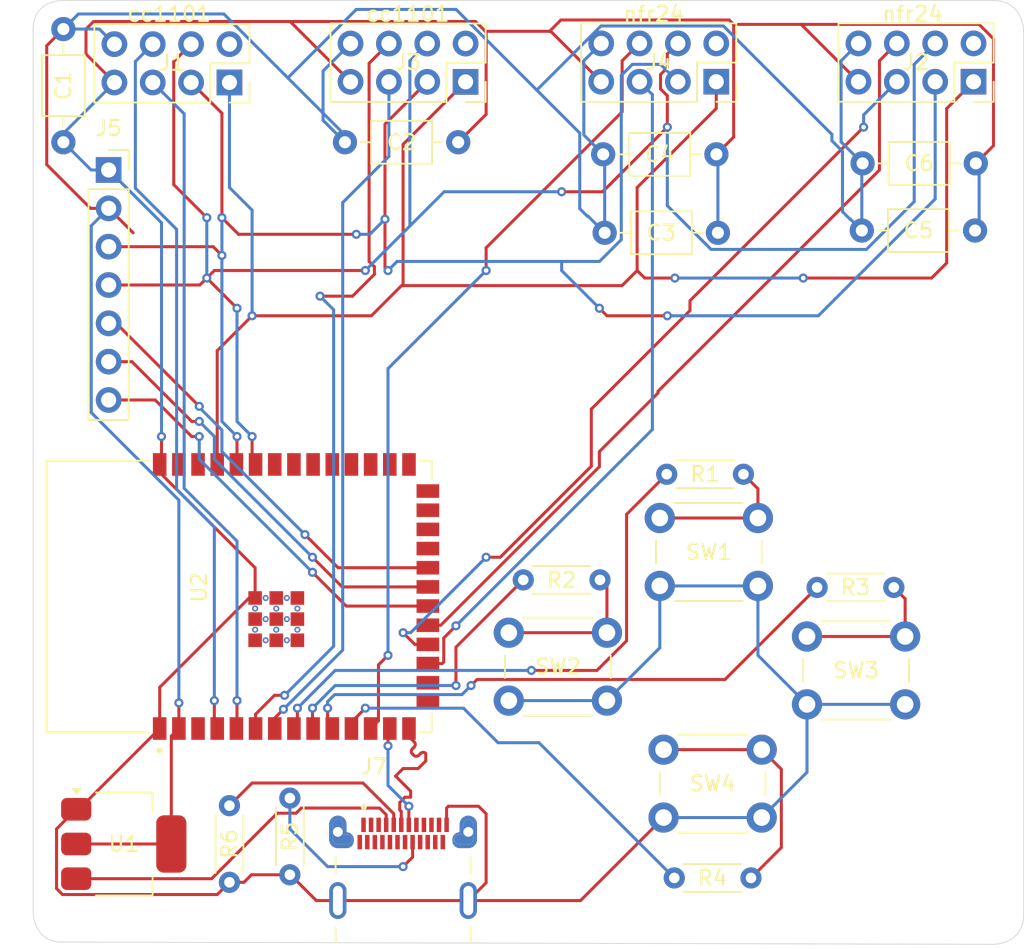
<source format=kicad_pcb>
(kicad_pcb (version 20241229) (generator "pcbnew") (generator_version "9.0")
  (layers (0 "F.Cu" signal) (2 "B.Cu" signal) (13 "F.Paste" user) (15 "B.Paste" user) (5 "F.SilkS" user "F.Silkscreen") (7 "B.SilkS" user "B.Silkscreen") (1 "F.Mask" user) (3 "B.Mask" user) (25 "Edge.Cuts" user))
  (net 0 "")
  (net 3 "GND")
  (net 21 "Net-(U1-VO)")
  (net 23 "Net-(U2-RXD0)")
  (net 24 "Net-(U2-IO5)")
  (net 25 "Net-(U2-IO4)")
  (net 26 "Net-(U2-TXD0)")
  (net 27 "Net-(U2-IO10)")
  (net 28 "Net-(U2-IO11)")
  (net 29 "Net-(U2-IO7)")
  (net 30 "Net-(U2-IO6)")
  (net 32 "Net-(U2-IO9)")
  (net 33 "Net-(U2-IO8)")
  (net 34 "Net-(U2-IO13)")
  (net 35 "Net-(U2-IO14)")
  (net 36 "Net-(U2-IO12)")
  (net 42 "Net-(U2-IO42)")
  (net 44 "Net-(J7-CC1)")
  (net 45 "Net-(J7-DP1)")
  (net 47 "Net-(J7-DN1)")
  (net 49 "GND_B")
  (net 52 "VBUS_A")
  (net 54 "VBUS_B")
  (net 56 "Net-(R1-Pad1)")
  (net 57 "Net-(U2-IO16)")
  (net 58 "Net-(R2-Pad1)")
  (net 59 "Net-(U2-IO17)")
  (net 60 "Net-(R3-Pad1)")
  (net 61 "Net-(R4-Pad1)")
  (net 62 "Net-(U2-IO18)")
  (net 63 "Net-(J7-CC2)")
  (net 64 "Net-(U2-IO15)")
  (footprint "Capacitor_THT:C_Axial_L3.8mm_D2.6mm_P7.50mm_Horizontal" (layer "F.Cu") (at 189.75 97.8 180)
    (property "Reference" "C4")
    (property "Value" "100nF")
  )
  (footprint "Connector_PinSocket_2.54mm:PinSocket_2x04_P2.54mm_Vertical" (layer "F.Cu") (at 189.74 92.99 -90)
    (property "Reference" "J4")
    (property "Value" "nfr24")
  )
  (footprint "Resistor_THT:R_Axial_DIN0204_L3.6mm_D1.6mm_P5.08mm_Horizontal" (layer "F.Cu") (at 182.04 126 180)
    (property "Reference" "R2")
    (property "Value" "10K")
  )
  (footprint "Package_TO_SOT_SMD:SOT-223-3_TabPin2" (layer "F.Cu") (at 150.5 143.5)
    (property "Reference" "U1")
    (property "Value" "AMS1117-3.3")
  )
  (footprint "Capacitor_THT:C_Axial_L3.8mm_D2.6mm_P7.50mm_Horizontal" (layer "F.Cu") (at 206.88 102.85 180)
    (property "Reference" "C5")
    (property "Value" "10uF")
  )
  (footprint "Resistor_THT:R_Axial_DIN0204_L3.6mm_D1.6mm_P5.08mm_Horizontal" (layer "F.Cu") (at 192.04 145.75 180)
    (property "Reference" "R4")
    (property "Value" "10K")
  )
  (footprint "esp32-s3 chip:XCVR_ESP32-S3-WROOM-1-N4R2" (layer "F.Cu") (at 158.14 127.1 90)
    (property "Reference" "U2")
    (property "Value" "ESP32-S3-WROOM-1-N4R2")
  )
  (footprint "Button_Switch_THT:SW_PUSH_6mm" (layer "F.Cu") (at 186 121.9)
    (property "Reference" "SW1")
    (property "Value" "Push_Button")
  )
  (footprint "Button_Switch_THT:SW_PUSH_6mm" (layer "F.Cu") (at 195.75 129.75)
    (property "Reference" "SW3")
    (property "Value" "Push_Button")
  )
  (footprint "Resistor_THT:R_Axial_DIN0204_L3.6mm_D1.6mm_P5.08mm_Horizontal" (layer "F.Cu") (at 191.54 119 180)
    (property "Reference" "R1")
    (property "Value" "10K")
  )
  (footprint "Resistor_THT:R_Axial_DIN0204_L3.6mm_D1.6mm_P5.08mm_Horizontal" (layer "F.Cu") (at 161.5 145.54 90)
    (property "Reference" "R5")
    (property "Value" "5.1K")
  )
  (footprint "Capacitor_THT:C_Axial_L3.8mm_D2.6mm_P7.50mm_Horizontal" (layer "F.Cu") (at 146.5 97 90)
    (property "Reference" "C1")
    (property "Value" "100nF")
  )
  (footprint "Resistor_THT:R_Axial_DIN0204_L3.6mm_D1.6mm_P5.08mm_Horizontal" (layer "F.Cu") (at 201.5 126.5 180)
    (property "Reference" "R3")
    (property "Value" "10K")
  )
  (footprint "Connector_PinSocket_2.54mm:PinSocket_1x07_P2.54mm_Vertical" (layer "F.Cu") (at 149.5 98.84)
    (property "Reference" "J5")
    (property "Value" "PINHD_1x7_Female")
  )
  (footprint "Button_Switch_THT:SW_PUSH_6mm" (layer "F.Cu") (at 186.25 137.25)
    (property "Reference" "SW4")
    (property "Value" "Push_Button")
  )
  (footprint "Button_Switch_THT:SW_PUSH_6mm" (layer "F.Cu") (at 176 129.5)
    (property "Reference" "SW2")
    (property "Value" "Push_Button")
  )
  (footprint "Capacitor_THT:C_Axial_L3.8mm_D2.6mm_P7.50mm_Horizontal" (layer "F.Cu") (at 189.85 103 180)
    (property "Reference" "C3")
    (property "Value" "10uF")
  )
  (footprint "Connector_PinSocket_2.54mm:PinSocket_2x04_P2.54mm_Vertical" (layer "F.Cu") (at 173.14 93 -90)
    (property "Reference" "J3")
    (property "Value" "cc1101")
  )
  (footprint "usb-c port:TE_2345986-1" (layer "F.Cu") (at 169 146)
    (property "Reference" "J7")
    (property "Value" "2345986-1")
    (fp_line (start -4.645 -2.8) (end -4.645 -3.8) (stroke (width 0.01)) (layer "Edge.Cuts"))
    (fp_line (start -3.995 -3.8) (end -3.995 -3.125) (stroke (width 0.01)) (layer "Edge.Cuts"))
    (fp_line (start -3.995 -3.125) (end -3.72 -3.125) (stroke (width 0.01)) (layer "Edge.Cuts"))
    (fp_line (start -3.72 -2.475) (end -4.32 -2.475) (stroke (width 0.01)) (layer "Edge.Cuts"))
    (fp_line (start 3.72 -2.475) (end 4.32 -2.475) (stroke (width 0.01)) (layer "Edge.Cuts"))
    (fp_line (start 3.995 -3.8) (end 3.995 -3.125) (stroke (width 0.01)) (layer "Edge.Cuts"))
    (fp_line (start 3.995 -3.125) (end 3.72 -3.125) (stroke (width 0.01)) (layer "Edge.Cuts"))
    (fp_line (start 4.645 -2.8) (end 4.645 -3.8) (stroke (width 0.01)) (layer "Edge.Cuts"))
    (fp_arc (start -4.645 -3.8) (mid -4.54981 -4.02981) (end -4.32 -4.125) (stroke (width 0.01)) (layer "Edge.Cuts"))
    (fp_arc (start -4.32 -4.125) (mid -4.09019 -4.02981) (end -3.995 -3.8) (stroke (width 0.01)) (layer "Edge.Cuts"))
    (fp_arc (start -4.32 -2.475) (mid -4.54981 -2.57019) (end -4.645 -2.8) (stroke (width 0.01)) (layer "Edge.Cuts"))
    (fp_arc (start -3.72 -3.125) (mid -3.49019 -3.02981) (end -3.395 -2.8) (stroke (width 0.01)) (layer "Edge.Cuts"))
    (fp_arc (start -3.395 -2.8) (mid -3.49019 -2.57019) (end -3.72 -2.475) (stroke (width 0.01)) (layer "Edge.Cuts"))
    (fp_arc (start 3.395 -2.8) (mid 3.49019 -3.02981) (end 3.72 -3.125) (stroke (width 0.01)) (layer "Edge.Cuts"))
    (fp_arc (start 3.72 -2.475) (mid 3.49019 -2.57019) (end 3.395 -2.8) (stroke (width 0.01)) (layer "Edge.Cuts"))
    (fp_arc (start 3.995 -3.8) (mid 4.09019 -4.02981) (end 4.32 -4.125) (stroke (width 0.01)) (layer "Edge.Cuts"))
    (fp_arc (start 4.32 -4.125) (mid 4.54981 -4.02981) (end 4.645 -3.8) (stroke (width 0.01)) (layer "Edge.Cuts"))
    (fp_arc (start 4.645 -2.8) (mid 4.54981 -2.57019) (end 4.32 -2.475) (stroke (width 0.01)) (layer "Edge.Cuts"))
  )
  (footprint "Resistor_THT:R_Axial_DIN0204_L3.6mm_D1.6mm_P5.08mm_Horizontal" (layer "F.Cu") (at 157.5 146.04 90)
    (property "Reference" "R6")
    (property "Value" "5.1K")
  )
  (footprint "Capacitor_THT:C_Axial_L3.8mm_D2.6mm_P7.50mm_Horizontal" (layer "F.Cu") (at 172.65 97 180)
    (property "Reference" "C2")
    (property "Value" "100nF")
  )
  (footprint "Connector_PinSocket_2.54mm:PinSocket_2x04_P2.54mm_Vertical" (layer "F.Cu") (at 206.78 92.99 -90)
    (property "Reference" "J2")
    (property "Value" "nfr24")
  )
  (footprint "Connector_PinSocket_2.54mm:PinSocket_2x04_P2.54mm_Vertical" (layer "F.Cu") (at 157.5 93.04 -90)
    (property "Reference" "J1")
    (property "Value" "cc1101")
  )
  (footprint "Capacitor_THT:C_Axial_L3.8mm_D2.6mm_P7.50mm_Horizontal" (layer "F.Cu") (at 206.93 98.4 180)
    (property "Reference" "C6")
    (property "Value" "100nF")
  )
  (gr_line (start 146.4 150) (end 208.1 150.15) (stroke (width 0.05)) (layer "Edge.Cuts"))
  (gr_curve (pts (xy 208.1 87.6) (xy 210.1 87.65) (xy 210.1 89.65) (xy 210.1 89.65)) (stroke (width 0.05)) (layer "Edge.Cuts"))
  (gr_curve (pts (xy 144.5 89.5) (xy 144.5 87.5) (xy 146.6 87.6) (xy 146.5 87.6)) (stroke (width 0.05)) (layer "Edge.Cuts"))
  (gr_curve (pts (xy 210.1 148.15) (xy 210.1 150.15) (xy 208.1 150.15) (xy 208.1 150.15)) (stroke (width 0.05)) (layer "Edge.Cuts"))
  (gr_line (start 144.5 89.5) (end 144.5 148) (stroke (width 0.05)) (layer "Edge.Cuts"))
  (gr_line (start 210.1 148.15) (end 210.1 89.65) (stroke (width 0.05)) (layer "Edge.Cuts"))
  (gr_line (start 208.1 87.6) (end 146.5 87.6) (stroke (width 0.05)) (layer "Edge.Cuts"))
  (gr_curve (pts (xy 146.4 150) (xy 144.5 150) (xy 144.5 148) (xy 144.5 148)) (stroke (width 0.05)) (layer "Edge.Cuts"))
  (gr_text "cc1101\n" (at 169.3 88.5 0) (layer "F.SilkS") (effects (font (size 1 1))))
  (gr_text "cc1101\n" (at 153.5 88.5 0) (layer "F.SilkS") (effects (font (size 1 1))))
  (gr_text "nfr24" (at 185.6 88.5 0) (layer "F.SilkS") (effects (font (size 1 1))))
  (segment (start 178.7 89.65) (end 179.45 88.9) (width 0.2) (layer "F.Cu") (net 3))
  (segment (start 161.5 145.54) (end 161.54 145.54) (width 0.2) (layer "F.Cu") (net 3))
  (segment (start 190.891 89.191) (end 190.891 96.659) (width 0.2) (layer "F.Cu") (net 3))
  (segment (start 174 141) (end 172 141) (width 0.2) (layer "F.Cu") (net 3))
  (segment (start 190.6 88.9) (end 190.891 89.191) (width 0.2) (layer "F.Cu") (net 3))
  (segment (start 158.96 145.54) (end 161.5 145.54) (width 0.2) (layer "F.Cu") (net 3))
  (segment (start 174.5 146.07) (end 174.5 141.5) (width 0.2) (layer "F.Cu") (net 3))
  (segment (start 207.14876 89.191) (end 208.1 90.14224) (width 0.2) (layer "F.Cu") (net 3))
  (segment (start 186.25 141.75) (end 180.75 147.25) (width 0.2) (layer "F.Cu") (net 3))
  (segment (start 146.049 146.455008) (end 146.444992 146.851) (width 0.2) (layer "F.Cu") (net 3))
  (segment (start 148.5 89) (end 161.52 89) (width 0.2) (layer "F.Cu") (net 3))
  (segment (start 147.35 141.2) (end 146.049 142.501) (width 0.2) (layer "F.Cu") (net 3))
  (segment (start 174.45 89.65) (end 174.5 89.7) (width 0.2) (layer "F.Cu") (net 3))
  (segment (start 190.891 96.659) (end 189.75 97.8) (width 0.2) (layer "F.Cu") (net 3))
  (segment (start 190.891 89.191) (end 195.361 89.191) (width 0.2) (layer "F.Cu") (net 3))
  (segment (start 172 141) (end 171.88 141.12) (width 0.2) (layer "F.Cu") (net 3))
  (segment (start 161.54 145.54) (end 163.25 147.25) (width 0.2) (layer "F.Cu") (net 3))
  (segment (start 156.689 146.851) (end 157.5 146.04) (width 0.2) (layer "F.Cu") (net 3))
  (segment (start 159.2 127.2) (end 159.2 127.191479) (width 0.2) (layer "F.Cu") (net 3))
  (segment (start 208.1 97.23) (end 206.93 98.4) (width 0.2) (layer "F.Cu") (net 3))
  (segment (start 208.1 90.14224) (end 208.1 97.23) (width 0.2) (layer "F.Cu") (net 3))
  (segment (start 147.53 141.2) (end 152.88 135.85) (width 0.2) (layer "F.Cu") (net 3))
  (segment (start 161.52 89) (end 165.52 93) (width 0.2) (layer "F.Cu") (net 3))
  (segment (start 178.78 89.65) (end 182.12 92.99) (width 0.2) (layer "F.Cu") (net 3))
  (segment (start 180.75 147.25) (end 173.32 147.25) (width 0.2) (layer "F.Cu") (net 3))
  (segment (start 147.35 141.2) (end 147.53 141.2) (width 0.2) (layer "F.Cu") (net 3))
  (segment (start 174.45 89.65) (end 178.7 89.65) (width 0.2) (layer "F.Cu") (net 3))
  (segment (start 149.88 93.04) (end 148 91.16) (width 0.2) (layer "F.Cu") (net 3))
  (segment (start 195.361 89.191) (end 199.16 92.99) (width 0.2) (layer "F.Cu") (net 3))
  (segment (start 152.88 133.12) (end 152.88 135.85) (width 0.2) (layer "F.Cu") (net 3))
  (segment (start 159.2 127.2) (end 158.8 127.2) (width 0.2) (layer "F.Cu") (net 3))
  (segment (start 158.46 146.04) (end 158.96 145.54) (width 0.2) (layer "F.Cu") (net 3))
  (segment (start 171.88 141.12) (end 171.88 142.235) (width 0.2) (layer "F.Cu") (net 3))
  (segment (start 173.32 147.25) (end 174.5 146.07) (width 0.2) (layer "F.Cu") (net 3))
  (segment (start 146.049 142.501) (end 146.049 146.455008) (width 0.2) (layer "F.Cu") (net 3))
  (segment (start 174.5 89.7) (end 174.5 95.15) (width 0.2) (layer "F.Cu") (net 3))
  (segment (start 146.444992 146.851) (end 156.689 146.851) (width 0.2) (layer "F.Cu") (net 3))
  (segment (start 158.8 127.2) (end 152.88 133.12) (width 0.2) (layer "F.Cu") (net 3))
  (segment (start 153 118.23) (end 152.88 118.35) (width 0.2) (layer "F.Cu") (net 3))
  (segment (start 173.8 89) (end 174.45 89.65) (width 0.2) (layer "F.Cu") (net 3))
  (segment (start 178.7 89.65) (end 178.78 89.65) (width 0.2) (layer "F.Cu") (net 3))
  (segment (start 174.5 141.5) (end 174 141) (width 0.2) (layer "F.Cu") (net 3))
  (segment (start 159.2 125.2) (end 159.2 127.2) (width 0.2) (layer "F.Cu") (net 3))
  (segment (start 179.45 88.9) (end 190.6 88.9) (width 0.2) (layer "F.Cu") (net 3))
  (segment (start 153 116.5) (end 153 118.23) (width 0.2) (layer "F.Cu") (net 3))
  (segment (start 148 91.16) (end 148 89.5) (width 0.2) (layer "F.Cu") (net 3))
  (segment (start 160.6 127.191479) (end 160.6 127.2) (width 0.2) (layer "F.Cu") (net 3))
  (segment (start 148 89.5) (end 148.5 89) (width 0.2) (layer "F.Cu") (net 3))
  (segment (start 157.5 146.04) (end 158.46 146.04) (width 0.2) (layer "F.Cu") (net 3))
  (segment (start 173.32 147.25) (end 164.68 147.25) (width 0.2) (layer "F.Cu") (net 3))
  (segment (start 152.88 118.35) (end 152.88 118.88) (width 0.2) (layer "F.Cu") (net 3))
  (segment (start 174.5 95.15) (end 172.65 97) (width 0.2) (layer "F.Cu") (net 3))
  (segment (start 152.88 118.88) (end 159.2 125.2) (width 0.2) (layer "F.Cu") (net 3))
  (segment (start 163.25 147.25) (end 164.68 147.25) (width 0.2) (layer "F.Cu") (net 3))
  (segment (start 195.361 89.191) (end 207.14876 89.191) (width 0.2) (layer "F.Cu") (net 3))
  (segment (start 161.52 89) (end 173.8 89) (width 0.2) (layer "F.Cu") (net 3))
  (via (at 153 116.5) (size 0.6) (drill 0.3) (layers "F.Cu" "B.Cu") (net 3))
  (segment (start 146.5 97) (end 146.5 96.42) (width 0.2) (layer "B.Cu") (net 3))
  (segment (start 153 102.34) (end 153 116.5) (width 0.2) (layer "B.Cu") (net 3))
  (segment (start 202.25 134.25) (end 195.75 134.25) (width 0.2) (layer "B.Cu") (net 3))
  (segment (start 176 134) (end 182.5 134) (width 0.2) (layer "B.Cu") (net 3))
  (segment (start 189.85 97.9) (end 189.75 97.8) (width 0.2) (layer "B.Cu") (net 3))
  (segment (start 189.85 103) (end 189.85 97.9) (width 0.2) (layer "B.Cu") (net 3))
  (segment (start 148.34 98.84) (end 146.5 97) (width 0.2) (layer "B.Cu") (net 3))
  (segment (start 186 130.5) (end 186 126.4) (width 0.2) (layer "B.Cu") (net 3))
  (segment (start 149.5 98.84) (end 153 102.34) (width 0.2) (layer "B.Cu") (net 3))
  (segment (start 207.15 102.8) (end 207.1 102.85) (width 0.2) (layer "B.Cu") (net 3))
  (segment (start 195.75 134.25) (end 195.75 138.75) (width 0.2) (layer "B.Cu") (net 3))
  (segment (start 192.5 126.4) (end 192.5 131) (width 0.2) (layer "B.Cu") (net 3))
  (segment (start 192.75 141.75) (end 186.25 141.75) (width 0.2) (layer "B.Cu") (net 3))
  (segment (start 195.75 138.75) (end 192.75 141.75) (width 0.2) (layer "B.Cu") (net 3))
  (segment (start 149.5 98.84) (end 148.34 98.84) (width 0.2) (layer "B.Cu") (net 3))
  (segment (start 186 126.4) (end 192.5 126.4) (width 0.2) (layer "B.Cu") (net 3))
  (segment (start 207.15 98.4) (end 207.15 102.8) (width 0.2) (layer "B.Cu") (net 3))
  (segment (start 192.5 131) (end 195.75 134.25) (width 0.2) (layer "B.Cu") (net 3))
  (segment (start 182.5 134) (end 186 130.5) (width 0.2) (layer "B.Cu") (net 3))
  (segment (start 146.5 96.42) (end 149.88 93.04) (width 0.2) (layer "B.Cu") (net 3))
  (segment (start 145.399 90.601) (end 146.5 89.5) (width 0.2) (layer "F.Cu") (net 21))
  (segment (start 153.65 136.35) (end 154.15 135.85) (width 0.2) (layer "F.Cu") (net 21))
  (segment (start 153.65 143.5) (end 153.65 136.35) (width 0.2) (layer "F.Cu") (net 21))
  (segment (start 145.399 98.481081) (end 145.399 90.601) (width 0.2) (layer "F.Cu") (net 21))
  (segment (start 154.15 135.85) (end 154.15 134.65) (width 0.2) (layer "F.Cu") (net 21))
  (segment (start 149.5 101.38) (end 151.12 103) (width 0.2) (layer "F.Cu") (net 21))
  (segment (start 149.5 101.38) (end 148.297919 101.38) (width 0.2) (layer "F.Cu") (net 21))
  (segment (start 154.15 134.65) (end 154.15 134.15) (width 0.2) (layer "F.Cu") (net 21))
  (segment (start 147.35 143.5) (end 153.65 143.5) (width 0.2) (layer "F.Cu") (net 21))
  (segment (start 148.297919 101.38) (end 145.399 98.481081) (width 0.2) (layer "F.Cu") (net 21))
  (via (at 154.15 134.15) (size 0.6) (drill 0.3) (layers "F.Cu" "B.Cu") (net 21))
  (segment (start 180.7 96.39224) (end 180.7 101.4) (width 0.2) (layer "B.Cu") (net 21))
  (segment (start 161.36388 92.73612) (end 165.9 88.2) (width 0.2) (layer "B.Cu") (net 21))
  (segment (start 165.15 96.52224) (end 165.15 97) (width 0.2) (layer "B.Cu") (net 21))
  (segment (start 148.88 89.5) (end 149.88 90.5) (width 0.2) (layer "B.Cu") (net 21))
  (segment (start 197.4 96.9) (end 198.1 97.6) (width 0.2) (layer "B.Cu") (net 21))
  (segment (start 147.5 88.5) (end 157.12776 88.5) (width 0.2) (layer "B.Cu") (net 21))
  (segment (start 163.7 95.55) (end 163.7 92.28) (width 0.2) (layer "B.Cu") (net 21))
  (segment (start 148.349 114.916164) (end 148.349 102.531) (width 0.2) (layer "B.Cu") (net 21))
  (segment (start 180.969 96.519) (end 180.969 91.601) (width 0.2) (layer "B.Cu") (net 21))
  (segment (start 198.009 91.601) (end 199.16 90.45) (width 0.2) (layer "B.Cu") (net 21))
  (segment (start 161.36388 92.73612) (end 165.15 96.52224) (width 0.2) (layer "B.Cu") (net 21))
  (segment (start 154.15 134.15) (end 154.15 120.717164) (width 0.2) (layer "B.Cu") (net 21))
  (segment (start 181.2 101.9) (end 181.25 101.9) (width 0.2) (layer "B.Cu") (net 21))
  (segment (start 198.63 102.1) (end 199.38 102.85) (width 0.2) (layer "B.Cu") (net 21))
  (segment (start 182.35 97.9) (end 182.25 97.8) (width 0.2) (layer "B.Cu") (net 21))
  (segment (start 165.9 88.2) (end 172.50776 88.2) (width 0.2) (layer "B.Cu") (net 21))
  (segment (start 199.38 98.45) (end 199.43 98.4) (width 0.2) (layer "B.Cu") (net 21))
  (segment (start 198.6 102.1) (end 198.63 102.1) (width 0.2) (layer "B.Cu") (net 21))
  (segment (start 177.85388 93.54612) (end 182.101 89.299) (width 0.2) (layer "B.Cu") (net 21))
  (segment (start 199.38 102.85) (end 199.38 98.45) (width 0.2) (layer "B.Cu") (net 21))
  (segment (start 198.1 97.6) (end 198.1 101.6) (width 0.2) (layer "B.Cu") (net 21))
  (segment (start 148.349 102.531) (end 149.5 101.38) (width 0.2) (layer "B.Cu") (net 21))
  (segment (start 163.7 92.28) (end 165.52 90.46) (width 0.2) (layer "B.Cu") (net 21))
  (segment (start 199.43 98.4) (end 198.009 96.979) (width 0.2) (layer "B.Cu") (net 21))
  (segment (start 198.009 96.979) (end 198.009 91.601) (width 0.2) (layer "B.Cu") (net 21))
  (segment (start 198.1 101.6) (end 198.6 102.1) (width 0.2) (layer "B.Cu") (net 21))
  (segment (start 182.35 103) (end 182.35 97.9) (width 0.2) (layer "B.Cu") (net 21))
  (segment (start 182.101 89.299) (end 190.21676 89.299) (width 0.2) (layer "B.Cu") (net 21))
  (segment (start 177.85388 93.54612) (end 180.7 96.39224) (width 0.2) (layer "B.Cu") (net 21))
  (segment (start 181.25 101.9) (end 182.35 103) (width 0.2) (layer "B.Cu") (net 21))
  (segment (start 197.4 96.48224) (end 197.4 96.9) (width 0.2) (layer "B.Cu") (net 21))
  (segment (start 172.50776 88.2) (end 177.85388 93.54612) (width 0.2) (layer "B.Cu") (net 21))
  (segment (start 165.15 97) (end 163.7 95.55) (width 0.2) (layer "B.Cu") (net 21))
  (segment (start 190.21676 89.299) (end 197.4 96.48224) (width 0.2) (layer "B.Cu") (net 21))
  (segment (start 180.7 101.4) (end 181.2 101.9) (width 0.2) (layer "B.Cu") (net 21))
  (segment (start 146.5 89.5) (end 148.88 89.5) (width 0.2) (layer "B.Cu") (net 21))
  (segment (start 180.969 91.601) (end 182.12 90.45) (width 0.2) (layer "B.Cu") (net 21))
  (segment (start 157.12776 88.5) (end 161.36388 92.73612) (width 0.2) (layer "B.Cu") (net 21))
  (segment (start 182.25 97.8) (end 180.969 96.519) (width 0.2) (layer "B.Cu") (net 21))
  (segment (start 154.15 120.717164) (end 148.349 114.916164) (width 0.2) (layer "B.Cu") (net 21))
  (segment (start 146.5 89.5) (end 147.5 88.5) (width 0.2) (layer "B.Cu") (net 21))
  (segment (start 165.9 103.1) (end 158.1 103.1) (width 0.2) (layer "F.Cu") (net 23))
  (segment (start 170.6 93) (end 167.8 95.8) (width 0.2) (layer "F.Cu") (net 23))
  (segment (start 168 105.5) (end 167.8 105.3) (width 0.2) (layer "F.Cu") (net 23))
  (segment (start 182.5 108.5) (end 186.5 108.5) (width 0.2) (layer "F.Cu") (net 23))
  (segment (start 158.1 103.1) (end 157 102) (width 0.2) (layer "F.Cu") (net 23))
  (segment (start 154.96 93.04) (end 157 95.08) (width 0.2) (layer "F.Cu") (net 23))
  (segment (start 157 95.08) (end 157 102) (width 0.2) (layer "F.Cu") (net 23))
  (segment (start 149.5 103.92) (end 156.42 103.92) (width 0.2) (layer "F.Cu") (net 23))
  (segment (start 158 118.31) (end 157.96 118.35) (width 0.2) (layer "F.Cu") (net 23))
  (segment (start 182 108) (end 182.5 108.5) (width 0.2) (layer "F.Cu") (net 23))
  (segment (start 167.8 105.3) (end 167.8 102.1) (width 0.2) (layer "F.Cu") (net 23))
  (segment (start 167.8 95.8) (end 167.8 102.1) (width 0.2) (layer "F.Cu") (net 23))
  (segment (start 158 116.5) (end 158 118.31) (width 0.2) (layer "F.Cu") (net 23))
  (segment (start 156.42 103.92) (end 157 104.5) (width 0.2) (layer "F.Cu") (net 23))
  (via (at 168 105.5) (size 0.6) (drill 0.3) (layers "F.Cu" "B.Cu") (net 23))
  (via (at 182 108) (size 0.6) (drill 0.3) (layers "F.Cu" "B.Cu") (net 23))
  (via (at 157 102) (size 0.6) (drill 0.3) (layers "F.Cu" "B.Cu") (net 23))
  (via (at 186.5 108.5) (size 0.6) (drill 0.3) (layers "F.Cu" "B.Cu") (net 23))
  (via (at 158 116.5) (size 0.6) (drill 0.3) (layers "F.Cu" "B.Cu") (net 23))
  (via (at 165.9 103.1) (size 0.6) (drill 0.3) (layers "F.Cu" "B.Cu") (net 23))
  (via (at 167.8 102.1) (size 0.6) (drill 0.3) (layers "F.Cu" "B.Cu") (net 23))
  (via (at 157 104.5) (size 0.6) (drill 0.3) (layers "F.Cu" "B.Cu") (net 23))
  (segment (start 182 108) (end 179.5 105.5) (width 0.2) (layer "B.Cu") (net 23))
  (segment (start 184.18324 91.839) (end 183.451 92.57124) (width 0.2) (layer "B.Cu") (net 23))
  (segment (start 204.24 100.76) (end 196.5 108.5) (width 0.2) (layer "B.Cu") (net 23))
  (segment (start 157 104.5) (end 157 115.5) (width 0.2) (layer "B.Cu") (net 23))
  (segment (start 187.2 92.99) (end 186.049 91.839) (width 0.2) (layer "B.Cu") (net 23))
  (segment (start 186.049 91.839) (end 184.18324 91.839) (width 0.2) (layer "B.Cu") (net 23))
  (segment (start 204.24 92.99) (end 204.24 100.76) (width 0.2) (layer "B.Cu") (net 23))
  (segment (start 166.8 103.1) (end 165.9 103.1) (width 0.2) (layer "B.Cu") (net 23))
  (segment (start 168.601 104.899) (end 168 105.5) (width 0.2) (layer "B.Cu") (net 23))
  (segment (start 157 102) (end 157 104.5) (width 0.2) (layer "B.Cu") (net 23))
  (segment (start 179.5 105.5) (end 179.5 104.899) (width 0.2) (layer "B.Cu") (net 23))
  (segment (start 183.451 92.57124) (end 183.451 103.45605) (width 0.2) (layer "B.Cu") (net 23))
  (segment (start 182.00805 104.899) (end 179.5 104.899) (width 0.2) (layer "B.Cu") (net 23))
  (segment (start 183.451 103.45605) (end 182.00805 104.899) (width 0.2) (layer "B.Cu") (net 23))
  (segment (start 196.5 108.5) (end 186.5 108.5) (width 0.2) (layer "B.Cu") (net 23))
  (segment (start 157 115.5) (end 158 116.5) (width 0.2) (layer "B.Cu") (net 23))
  (segment (start 167.8 102.1) (end 166.8 103.1) (width 0.2) (layer "B.Cu") (net 23))
  (segment (start 179.5 104.899) (end 168.601 104.899) (width 0.2) (layer "B.Cu") (net 23))
  (segment (start 158 134) (end 158 135.81) (width 0.2) (layer "F.Cu") (net 24))
  (segment (start 158 135.81) (end 157.96 135.85) (width 0.2) (layer "F.Cu") (net 24))
  (via (at 158 134) (size 0.6) (drill 0.3) (layers "F.Cu" "B.Cu") (net 24))
  (segment (start 158 123.432964) (end 154.5 119.932964) (width 0.2) (layer "B.Cu") (net 24))
  (segment (start 154.5 95.12) (end 152.42 93.04) (width 0.2) (layer "B.Cu") (net 24))
  (segment (start 154.5 119.932964) (end 154.5 95.12) (width 0.2) (layer "B.Cu") (net 24))
  (segment (start 158 134) (end 158 123.432964) (width 0.2) (layer "B.Cu") (net 24))
  (segment (start 156.5 135.66) (end 156.69 135.85) (width 0.2) (layer "F.Cu") (net 25))
  (segment (start 156.5 134) (end 156.5 135.66) (width 0.2) (layer "F.Cu") (net 25))
  (via (at 156.5 134) (size 0.6) (drill 0.3) (layers "F.Cu" "B.Cu") (net 25))
  (segment (start 151.269 91.651) (end 151.269 100.0419) (width 0.2) (layer "B.Cu") (net 25))
  (segment (start 154 120.000064) (end 156.5 122.500064) (width 0.2) (layer "B.Cu") (net 25))
  (segment (start 151.269 100.0419) (end 154 102.7729) (width 0.2) (layer "B.Cu") (net 25))
  (segment (start 154 102.7729) (end 154 104.5) (width 0.2) (layer "B.Cu") (net 25))
  (segment (start 154 104.5) (end 154 120.000064) (width 0.2) (layer "B.Cu") (net 25))
  (segment (start 152.42 90.5) (end 151.269 91.651) (width 0.2) (layer "B.Cu") (net 25))
  (segment (start 156.5 122.500064) (end 156.5 134) (width 0.2) (layer "B.Cu") (net 25))
  (segment (start 185 106) (end 184.5 105.5) (width 0.2) (layer "F.Cu") (net 26))
  (segment (start 173.14 93) (end 169 97.14) (width 0.2) (layer "F.Cu") (net 26))
  (segment (start 187 106) (end 185 106) (width 0.2) (layer "F.Cu") (net 26))
  (segment (start 189.74 92.99) (end 189.74 94.76) (width 0.2) (layer "F.Cu") (net 26))
  (segment (start 206.78 92.99) (end 205 94.77) (width 0.2) (layer "F.Cu") (net 26))
  (segment (start 183.5 106.5) (end 169 106.5) (width 0.2) (layer "F.Cu") (net 26))
  (segment (start 169 106.5) (end 168.899 106.5) (width 0.2) (layer "F.Cu") (net 26))
  (segment (start 156.69 110.81) (end 156.69 118.35) (width 0.2) (layer "F.Cu") (net 26))
  (segment (start 168.899 106.5) (end 166.899 108.5) (width 0.2) (layer "F.Cu") (net 26))
  (segment (start 204 106) (end 195.5 106) (width 0.2) (layer "F.Cu") (net 26))
  (segment (start 184.5 105.5) (end 183.5 106.5) (width 0.2) (layer "F.Cu") (net 26))
  (segment (start 184.5 100) (end 184.5 105.5) (width 0.2) (layer "F.Cu") (net 26))
  (segment (start 205 105) (end 204 106) (width 0.2) (layer "F.Cu") (net 26))
  (segment (start 166.899 108.5) (end 159 108.5) (width 0.2) (layer "F.Cu") (net 26))
  (segment (start 159 108.5) (end 156.69 110.81) (width 0.2) (layer "F.Cu") (net 26))
  (segment (start 189.74 94.76) (end 184.5 100) (width 0.2) (layer "F.Cu") (net 26))
  (segment (start 205 94.77) (end 205 105) (width 0.2) (layer "F.Cu") (net 26))
  (segment (start 169 97.14) (end 169 106.5) (width 0.2) (layer "F.Cu") (net 26))
  (via (at 159 108.5) (size 0.6) (drill 0.3) (layers "F.Cu" "B.Cu") (net 26))
  (via (at 187 106) (size 0.6) (drill 0.3) (layers "F.Cu" "B.Cu") (net 26))
  (via (at 195.5 106) (size 0.6) (drill 0.3) (layers "F.Cu" "B.Cu") (net 26))
  (segment (start 157.5 100) (end 159 101.5) (width 0.2) (layer "B.Cu") (net 26))
  (segment (start 187 106) (end 195.5 106) (width 0.2) (layer "B.Cu") (net 26))
  (segment (start 159 101.5) (end 159 108.5) (width 0.2) (layer "B.Cu") (net 26))
  (segment (start 157.5 93.04) (end 157.5 100) (width 0.2) (layer "B.Cu") (net 26))
  (segment (start 188 108) (end 188 107.5) (width 0.2) (layer "F.Cu") (net 27))
  (segment (start 188 107.5) (end 199.5 96) (width 0.2) (layer "F.Cu") (net 27))
  (segment (start 183.251057 112.899) (end 188 108.150057) (width 0.2) (layer "F.Cu") (net 27))
  (segment (start 181.46645 114.683607) (end 181.46645 118.46645) (width 0.2) (layer "F.Cu") (net 27))
  (segment (start 169 129.5) (end 169.775 130.275) (width 0.2) (layer "F.Cu") (net 27))
  (segment (start 175.4329 124.5) (end 174.5 124.5) (width 0.2) (layer "F.Cu") (net 27))
  (segment (start 188 108.150057) (end 188 108) (width 0.2) (layer "F.Cu") (net 27))
  (segment (start 169.775 130.275) (end 170.64 130.275) (width 0.2) (layer "F.Cu") (net 27))
  (segment (start 181.46645 118.46645) (end 175.4329 124.5) (width 0.2) (layer "F.Cu") (net 27))
  (segment (start 183.251057 112.899) (end 181.46645 114.683607) (width 0.2) (layer "F.Cu") (net 27))
  (via (at 169 129.5) (size 0.6) (drill 0.3) (layers "F.Cu" "B.Cu") (net 27))
  (via (at 199.5 96) (size 0.6) (drill 0.3) (layers "F.Cu" "B.Cu") (net 27))
  (via (at 174.5 124.5) (size 0.6) (drill 0.3) (layers "F.Cu" "B.Cu") (net 27))
  (segment (start 199.5 95.19) (end 201.7 92.99) (width 0.2) (layer "B.Cu") (net 27))
  (segment (start 169.5 129.5) (end 169 129.5) (width 0.2) (layer "B.Cu") (net 27))
  (segment (start 199.5 96) (end 199.5 95.19) (width 0.2) (layer "B.Cu") (net 27))
  (segment (start 174.5 124.5) (end 169.5 129.5) (width 0.2) (layer "B.Cu") (net 27))
  (segment (start 185.88705 113.61295) (end 182 117.5) (width 0.2) (layer "F.Cu") (net 28))
  (segment (start 200.549 91.601) (end 200.549 98.83805) (width 0.2) (layer "F.Cu") (net 28))
  (segment (start 200.549 98.83805) (end 185.88705 113.5) (width 0.2) (layer "F.Cu") (net 28))
  (segment (start 182 118.5) (end 171.495 129.005) (width 0.2) (layer "F.Cu") (net 28))
  (segment (start 171.495 129.005) (end 170.64 129.005) (width 0.2) (layer "F.Cu") (net 28))
  (segment (start 185.88705 113.5) (end 185.88705 113.61295) (width 0.2) (layer "F.Cu") (net 28))
  (segment (start 201.7 90.45) (end 200.549 91.601) (width 0.2) (layer "F.Cu") (net 28))
  (segment (start 182 117.5) (end 182 118.5) (width 0.2) (layer "F.Cu") (net 28))
  (segment (start 161.075029 134.575029) (end 160.5 135.150058) (width 0.2) (layer "F.Cu") (net 29))
  (segment (start 160.5 135.150058) (end 160.5 135.85) (width 0.2) (layer "F.Cu") (net 29))
  (via (at 161.075029 134.575029) (size 0.6) (drill 0.3) (layers "F.Cu" "B.Cu") (net 29))
  (segment (start 165 130.650057) (end 161.075029 134.575029) (width 0.2) (layer "B.Cu") (net 29))
  (segment (start 165 101) (end 165 130.650057) (width 0.2) (layer "B.Cu") (net 29))
  (segment (start 168.06 97.94) (end 165 101) (width 0.2) (layer "B.Cu") (net 29))
  (segment (start 168.06 93) (end 168.06 97.94) (width 0.2) (layer "B.Cu") (net 29))
  (segment (start 161.075029 134.575029) (end 161 134.650057) (width 0.2) (layer "B.Cu") (net 29))
  (segment (start 160.479942 133.650058) (end 159.23 134.9) (width 0.2) (layer "F.Cu") (net 30))
  (segment (start 167.101 105.251057) (end 167.101 105.748943) (width 0.2) (layer "F.Cu") (net 30))
  (segment (start 168.06 90.46) (end 166.748943 91.771057) (width 0.2) (layer "F.Cu") (net 30))
  (segment (start 165.649943 107.2) (end 163.5 107.2) (width 0.2) (layer "F.Cu") (net 30))
  (segment (start 163.5 107.2) (end 163.4 107.2) (width 0.2) (layer "F.Cu") (net 30))
  (segment (start 167.101 105.748943) (end 165.649943 107.2) (width 0.2) (layer "F.Cu") (net 30))
  (segment (start 159.23 134.9) (end 159.23 135.85) (width 0.2) (layer "F.Cu") (net 30))
  (segment (start 166.748943 104.899) (end 167.101 105.251057) (width 0.2) (layer "F.Cu") (net 30))
  (segment (start 166.748943 91.771057) (end 166.748943 104.899) (width 0.2) (layer "F.Cu") (net 30))
  (segment (start 161.150058 133.650058) (end 160.479942 133.650058) (width 0.2) (layer "F.Cu") (net 30))
  (via (at 161.150058 133.650058) (size 0.6) (drill 0.3) (layers "F.Cu" "B.Cu") (net 30))
  (via (at 163.5 107.2) (size 0.6) (drill 0.3) (layers "F.Cu" "B.Cu") (net 30))
  (segment (start 163.5 107.2) (end 164.399 108.099) (width 0.2) (layer "B.Cu") (net 30))
  (segment (start 164.399 130.401115) (end 161.150058 133.650058) (width 0.2) (layer "B.Cu") (net 30))
  (segment (start 164.399 108.099) (end 164.399 130.401115) (width 0.2) (layer "B.Cu") (net 30))
  (segment (start 171.691 129.853372) (end 171.691 131.444) (width 0.2) (layer "F.Cu") (net 32))
  (segment (start 172.5 129.044372) (end 171.691 129.853372) (width 0.2) (layer "F.Cu") (net 32))
  (segment (start 171.59 131.545) (end 170.64 131.545) (width 0.2) (layer "F.Cu") (net 32))
  (segment (start 171.691 131.444) (end 171.59 131.545) (width 0.2) (layer "F.Cu") (net 32))
  (via (at 172.5 129.044372) (size 0.6) (drill 0.3) (layers "F.Cu" "B.Cu") (net 32))
  (segment (start 184.66 92.99) (end 185.51 93.84) (width 0.2) (layer "B.Cu") (net 32))
  (segment (start 185.51 93.84) (end 185.51 116.034372) (width 0.2) (layer "B.Cu") (net 32))
  (segment (start 185.51 116.034372) (end 172.5 129.044372) (width 0.2) (layer "B.Cu") (net 32))
  (segment (start 167.369 135.331) (end 166.85 135.85) (width 0.2) (layer "F.Cu") (net 33))
  (segment (start 183.509 91.601) (end 184.66 90.45) (width 0.2) (layer "F.Cu") (net 33))
  (segment (start 183.509 94.98395) (end 183.509 91.601) (width 0.2) (layer "F.Cu") (net 33))
  (segment (start 168 131) (end 167.369 131.631) (width 0.2) (layer "F.Cu") (net 33))
  (segment (start 174.5 103.99295) (end 183.509 94.98395) (width 0.2) (layer "F.Cu") (net 33))
  (segment (start 174.5 105.5) (end 174.5 103.99295) (width 0.2) (layer "F.Cu") (net 33))
  (segment (start 167.369 131.631) (end 167.369 135.331) (width 0.2) (layer "F.Cu") (net 33))
  (via (at 174.5 105.5) (size 0.6) (drill 0.3) (layers "F.Cu" "B.Cu") (net 33))
  (via (at 168 131) (size 0.6) (drill 0.3) (layers "F.Cu" "B.Cu") (net 33))
  (segment (start 168 112) (end 168 131) (width 0.2) (layer "B.Cu") (net 33))
  (segment (start 174.5 105.5) (end 168 112) (width 0.2) (layer "B.Cu") (net 33))
  (segment (start 163 124.5) (end 164.965 126.465) (width 0.2) (layer "F.Cu") (net 34))
  (segment (start 164.965 126.465) (end 170.64 126.465) (width 0.2) (layer "F.Cu") (net 34))
  (segment (start 155.5 115.5) (end 155 115.5) (width 0.2) (layer "F.Cu") (net 34))
  (segment (start 151.04 111.54) (end 149.5 111.54) (width 0.2) (layer "F.Cu") (net 34))
  (segment (start 155 115.5) (end 151.04 111.54) (width 0.2) (layer "F.Cu") (net 34))
  (via (at 155.5 115.5) (size 0.6) (drill 0.3) (layers "F.Cu" "B.Cu") (net 34))
  (via (at 163 124.5) (size 0.6) (drill 0.3) (layers "F.Cu" "B.Cu") (net 34))
  (segment (start 155.5 115.5) (end 156.5 116.5) (width 0.2) (layer "B.Cu") (net 34))
  (segment (start 156.5 118) (end 163 124.5) (width 0.2) (layer "B.Cu") (net 34))
  (segment (start 156.5 116.5) (end 156.5 118) (width 0.2) (layer "B.Cu") (net 34))
  (segment (start 150 109) (end 155.5 114.5) (width 0.2) (layer "F.Cu") (net 35))
  (segment (start 149.5 109) (end 150 109) (width 0.2) (layer "F.Cu") (net 35))
  (segment (start 164.695 125.195) (end 170.64 125.195) (width 0.2) (layer "F.Cu") (net 35))
  (segment (start 162.5 123) (end 164.695 125.195) (width 0.2) (layer "F.Cu") (net 35))
  (via (at 155.5 114.5) (size 0.6) (drill 0.3) (layers "F.Cu" "B.Cu") (net 35))
  (via (at 162.5 123) (size 0.6) (drill 0.3) (layers "F.Cu" "B.Cu") (net 35))
  (segment (start 157 117.5) (end 157 116.0671) (width 0.2) (layer "B.Cu") (net 35))
  (segment (start 157 116.0671) (end 155.5 114.5671) (width 0.2) (layer "B.Cu") (net 35))
  (segment (start 155.5 114.5671) (end 155.5 114.5) (width 0.2) (layer "B.Cu") (net 35))
  (segment (start 162.5 123) (end 157 117.5) (width 0.2) (layer "B.Cu") (net 35))
  (segment (start 155 116.5) (end 155.5 116.5) (width 0.2) (layer "F.Cu") (net 36))
  (segment (start 149.5 114.08) (end 152.58 114.08) (width 0.2) (layer "F.Cu") (net 36))
  (segment (start 165.235 127.735) (end 170.64 127.735) (width 0.2) (layer "F.Cu") (net 36))
  (segment (start 152.58 114.08) (end 155 116.5) (width 0.2) (layer "F.Cu") (net 36))
  (segment (start 163 125.5) (end 165.235 127.735) (width 0.2) (layer "F.Cu") (net 36))
  (via (at 163 125.5) (size 0.6) (drill 0.3) (layers "F.Cu" "B.Cu") (net 36))
  (via (at 155.5 116.5) (size 0.6) (drill 0.3) (layers "F.Cu" "B.Cu") (net 36))
  (segment (start 155.5 118) (end 163 125.5) (width 0.2) (layer "B.Cu") (net 36))
  (segment (start 155.5 116.5) (end 155.5 118) (width 0.2) (layer "B.Cu") (net 36))
  (segment (start 156 106) (end 158 108) (width 0.2) (layer "F.Cu") (net 42))
  (segment (start 156.5 105.5) (end 156 106) (width 0.2) (layer "F.Cu") (net 42))
  (segment (start 159 116.5) (end 159 118.12) (width 0.2) (layer "F.Cu") (net 42))
  (segment (start 153.809 99.809) (end 156 102) (width 0.2) (layer "F.Cu") (net 42))
  (segment (start 186.5 92.06224) (end 186.049 92.51324) (width 0.2) (layer "F.Cu") (net 42))
  (segment (start 186.5 91.15) (end 186.5 92.06224) (width 0.2) (layer "F.Cu") (net 42))
  (segment (start 186.049 92.51324) (end 186.049 93.46676) (width 0.2) (layer "F.Cu") (net 42))
  (segment (start 153.809 91.651) (end 153.809 99.809) (width 0.2) (layer "F.Cu") (net 42))
  (segment (start 149.5 106.46) (end 155.54 106.46) (width 0.2) (layer "F.Cu") (net 42))
  (segment (start 186.5 93.91776) (end 186.5 96) (width 0.2) (layer "F.Cu") (net 42))
  (segment (start 166.5 105.5) (end 156.5 105.5) (width 0.2) (layer "F.Cu") (net 42))
  (segment (start 154.96 90.5) (end 153.809 91.651) (width 0.2) (layer "F.Cu") (net 42))
  (segment (start 159 118.12) (end 159.23 118.35) (width 0.2) (layer "F.Cu") (net 42))
  (segment (start 182.219975 100.280025) (end 179.5 100.280025) (width 0.2) (layer "F.Cu") (net 42))
  (segment (start 186.5 96) (end 182.219975 100.280025) (width 0.2) (layer "F.Cu") (net 42))
  (segment (start 186.049 93.46676) (end 186.5 93.91776) (width 0.2) (layer "F.Cu") (net 42))
  (segment (start 155.54 106.46) (end 156 106) (width 0.2) (layer "F.Cu") (net 42))
  (segment (start 187.2 90.45) (end 186.5 91.15) (width 0.2) (layer "F.Cu") (net 42))
  (via (at 159 116.5) (size 0.6) (drill 0.3) (layers "F.Cu" "B.Cu") (net 42))
  (via (at 156 106) (size 0.6) (drill 0.3) (layers "F.Cu" "B.Cu") (net 42))
  (via (at 166.5 105.5) (size 0.6) (drill 0.3) (layers "F.Cu" "B.Cu") (net 42))
  (via (at 158 108) (size 0.6) (drill 0.3) (layers "F.Cu" "B.Cu") (net 42))
  (via (at 186.5 96) (size 0.6) (drill 0.3) (layers "F.Cu" "B.Cu") (net 42))
  (via (at 156 102) (size 0.6) (drill 0.3) (layers "F.Cu" "B.Cu") (net 42))
  (via (at 179.5 100.280025) (size 0.6) (drill 0.3) (layers "F.Cu" "B.Cu") (net 42))
  (segment (start 156 102) (end 156 106) (width 0.2) (layer "B.Cu") (net 42))
  (segment (start 169.449 91.611) (end 169.449 102.551) (width 0.2) (layer "B.Cu") (net 42))
  (segment (start 202.851 100.93605) (end 199.68605 104.101) (width 0.2) (layer "B.Cu") (net 42))
  (segment (start 204.24 90.45) (end 202.851 91.839) (width 0.2) (layer "B.Cu") (net 42))
  (segment (start 169.449 102.551) (end 166.5 105.5) (width 0.2) (layer "B.Cu") (net 42))
  (segment (start 158 115.5) (end 159 116.5) (width 0.2) (layer "B.Cu") (net 42))
  (segment (start 179.5 100.280025) (end 171.719975 100.280025) (width 0.2) (layer "B.Cu") (net 42))
  (segment (start 158 108) (end 158 115.5) (width 0.2) (layer "B.Cu") (net 42))
  (segment (start 189.39395 104.101) (end 186.5 101.20705) (width 0.2) (layer "B.Cu") (net 42))
  (segment (start 171.719975 100.280025) (end 169.449 102.551) (width 0.2) (layer "B.Cu") (net 42))
  (segment (start 202.851 91.839) (end 202.851 100.93605) (width 0.2) (layer "B.Cu") (net 42))
  (segment (start 186.5 101.20705) (end 186.5 96) (width 0.2) (layer "B.Cu") (net 42))
  (segment (start 199.68605 104.101) (end 189.39395 104.101) (width 0.2) (layer "B.Cu") (net 42))
  (segment (start 170.6 90.46) (end 169.449 91.611) (width 0.2) (layer "B.Cu") (net 42))
  (segment (start 159.001 139.459) (end 166.3461 139.459) (width 0.2) (layer "F.Cu") (net 44))
  (segment (start 168.38 141.4929) (end 168.38 142.235) (width 0.2) (layer "F.Cu") (net 44))
  (segment (start 166.3461 139.459) (end 168.38 141.4929) (width 0.2) (layer "F.Cu") (net 44))
  (segment (start 157.5 140.96) (end 159.001 139.459) (width 0.2) (layer "F.Cu") (net 44))
  (segment (start 168.779 141.248943) (end 168.779 140.751057) (width 0.2) (layer "F.Cu") (net 45))
  (segment (start 169.5 140) (end 168.5 139) (width 0.2) (layer "F.Cu") (net 45))
  (segment (start 169.651471 136.651471) (end 169.621398 136.621398) (width 0.2) (layer "F.Cu") (net 45))
  (segment (start 170 138.5) (end 170.076474 138.423526) (width 0.2) (layer "F.Cu") (net 45))
  (segment (start 170.076474 138.423526) (end 170.5 138) (width 0.2) (layer "F.Cu") (net 45))
  (segment (start 169.131057 140.399) (end 169.5 140.399) (width 0.2) (layer "F.Cu") (net 45))
  (segment (start 168.88 141.349943) (end 168.779 141.248943) (width 0.2) (layer "F.Cu") (net 45))
  (segment (start 170.160588 137.5) (end 170.041612 137.618973) (width 0.2) (layer "F.Cu") (net 45))
  (segment (start 169 138.5) (end 170 138.5) (width 0.2) (layer "F.Cu") (net 45))
  (segment (start 170.5 138) (end 170.5 137.5) (width 0.2) (layer "F.Cu") (net 45))
  (segment (start 168.779 140.751057) (end 169.131057 140.399) (width 0.2) (layer "F.Cu") (net 45))
  (segment (start 169.7022 137.618973) (end 169.617347 137.53412) (width 0.2) (layer "F.Cu") (net 45))
  (segment (start 169.736322 136.736322) (end 169.651471 136.651471) (width 0.2) (layer "F.Cu") (net 45))
  (segment (start 169.39 136.39) (end 169.39 135.85) (width 0.2) (layer "F.Cu") (net 45))
  (segment (start 169.5 140.399) (end 169.5 140) (width 0.2) (layer "F.Cu") (net 45))
  (segment (start 169.617347 137.194708) (end 169.736322 137.075734) (width 0.2) (layer "F.Cu") (net 45))
  (segment (start 169.621398 136.621398) (end 169.39 136.39) (width 0.2) (layer "F.Cu") (net 45))
  (segment (start 168.5 139) (end 169 138.5) (width 0.2) (layer "F.Cu") (net 45))
  (segment (start 168.88 142.235) (end 168.88 141.349943) (width 0.2) (layer "F.Cu") (net 45))
  (arc (start 170.5 137.5) (mid 170.330293 137.429704) (end 170.160588 137.5) (width 0.2) (layer "F.Cu") (net 45))
  (arc (start 169.617347 137.53412) (mid 169.547053 137.364415) (end 169.617347 137.194708) (width 0.2) (layer "F.Cu") (net 45))
  (arc (start 169.736322 137.075734) (mid 169.806616 136.906027) (end 169.736322 136.736322) (width 0.2) (layer "F.Cu") (net 45))
  (arc (start 170.041612 137.618973) (mid 169.871907 137.689269) (end 169.7022 137.618973) (width 0.2) (layer "F.Cu") (net 45))
  (segment (start 168 137) (end 168 135.97) (width 0.2) (layer "F.Cu") (net 47))
  (segment (start 168 135.97) (end 168.12 135.85) (width 0.2) (layer "F.Cu") (net 47))
  (segment (start 169.38 142.235) (end 169.38 141) (width 0.2) (layer "F.Cu") (net 47))
  (via (at 168 137) (size 0.6) (drill 0.3) (layers "F.Cu" "B.Cu") (net 47))
  (via (at 169.38 141) (size 0.6) (drill 0.3) (layers "F.Cu" "B.Cu") (net 47))
  (segment (start 168 139.62) (end 168 137) (width 0.2) (layer "B.Cu") (net 47))
  (segment (start 169.38 141) (end 168 139.62) (width 0.2) (layer "B.Cu") (net 47))
  (segment (start 167.44 141.12) (end 167.88 141.56) (width 0.2) (layer "F.Cu") (net 52))
  (segment (start 161.914628 141.461) (end 162.255628 141.12) (width 0.2) (layer "F.Cu") (net 52))
  (segment (start 160.663372 141.461) (end 161.914628 141.461) (width 0.2) (layer "F.Cu") (net 52))
  (segment (start 167.88 141.56) (end 167.88 142.235) (width 0.2) (layer "F.Cu") (net 52))
  (segment (start 162.255628 141.12) (end 167.44 141.12) (width 0.2) (layer "F.Cu") (net 52))
  (segment (start 156.324372 145.8) (end 160.663372 141.461) (width 0.2) (layer "F.Cu") (net 52))
  (segment (start 147.35 145.8) (end 156.324372 145.8) (width 0.2) (layer "F.Cu") (net 52))
  (segment (start 192.5 121.9) (end 192.5 119.96) (width 0.2) (layer "F.Cu") (net 56))
  (segment (start 192.5 119.96) (end 191.54 119) (width 0.2) (layer "F.Cu") (net 56))
  (segment (start 186 121.9) (end 192.5 121.9) (width 0.2) (layer "F.Cu") (net 56))
  (segment (start 163 135.81) (end 163.04 135.85) (width 0.2) (layer "F.Cu") (net 57))
  (segment (start 163 134.5) (end 163 135.81) (width 0.2) (layer "F.Cu") (net 57))
  (segment (start 172.5 132.5) (end 172.5 133) (width 0.2) (layer "F.Cu") (net 57))
  (segment (start 176.96 126) (end 172.5 130.46) (width 0.2) (layer "F.Cu") (net 57))
  (segment (start 172.5 130.46) (end 172.5 132.5) (width 0.2) (layer "F.Cu") (net 57))
  (via (at 163 134.5) (size 0.6) (drill 0.3) (layers "F.Cu" "B.Cu") (net 57))
  (via (at 172.5 133) (size 0.6) (drill 0.3) (layers "F.Cu" "B.Cu") (net 57))
  (segment (start 164.5 133) (end 163 134.5) (width 0.2) (layer "B.Cu") (net 57))
  (segment (start 172.5 133) (end 164.5 133) (width 0.2) (layer "B.Cu") (net 57))
  (segment (start 182.5 126.46) (end 182.04 126) (width 0.2) (layer "F.Cu") (net 58))
  (segment (start 176 129.5) (end 182.5 129.5) (width 0.2) (layer "F.Cu") (net 58))
  (segment (start 182.5 129.5) (end 182.5 126.46) (width 0.2) (layer "F.Cu") (net 58))
  (segment (start 164 135.54) (end 164.31 135.85) (width 0.2) (layer "F.Cu") (net 59))
  (segment (start 190.319 132.601) (end 173.899 132.601) (width 0.2) (layer "F.Cu") (net 59))
  (segment (start 196.42 126.5) (end 190.319 132.601) (width 0.2) (layer "F.Cu") (net 59))
  (segment (start 173.899 132.601) (end 173.5 133) (width 0.2) (layer "F.Cu") (net 59))
  (segment (start 164 134.5) (end 164 135.54) (width 0.2) (layer "F.Cu") (net 59))
  (via (at 164 134.5) (size 0.6) (drill 0.3) (layers "F.Cu" "B.Cu") (net 59))
  (via (at 173.5 133) (size 0.6) (drill 0.3) (layers "F.Cu" "B.Cu") (net 59))
  (segment (start 164.601 133.601) (end 164.4661 133.601) (width 0.2) (layer "B.Cu") (net 59))
  (segment (start 173.5 133) (end 172.899 133.601) (width 0.2) (layer "B.Cu") (net 59))
  (segment (start 172.899 133.601) (end 164.601 133.601) (width 0.2) (layer "B.Cu") (net 59))
  (segment (start 164.4661 133.601) (end 164.03355 134.03355) (width 0.2) (layer "B.Cu") (net 59))
  (segment (start 164.03355 134.03355) (end 164 134.0671) (width 0.2) (layer "B.Cu") (net 59))
  (segment (start 164 134.0671) (end 164 134.5) (width 0.2) (layer "B.Cu") (net 59))
  (segment (start 202.25 129.75) (end 202.25 127.25) (width 0.2) (layer "F.Cu") (net 60))
  (segment (start 195.75 129.75) (end 202.25 129.75) (width 0.2) (layer "F.Cu") (net 60))
  (segment (start 202.25 127.25) (end 201.5 126.5) (width 0.2) (layer "F.Cu") (net 60))
  (segment (start 194.051 138.551) (end 194.051 143.739) (width 0.2) (layer "F.Cu") (net 61))
  (segment (start 192.75 137.25) (end 194.051 138.551) (width 0.2) (layer "F.Cu") (net 61))
  (segment (start 194.051 143.739) (end 192.04 145.75) (width 0.2) (layer "F.Cu") (net 61))
  (segment (start 186.25 137.25) (end 192.75 137.25) (width 0.2) (layer "F.Cu") (net 61))
  (segment (start 166.5 134.5) (end 165.58 135.42) (width 0.2) (layer "F.Cu") (net 62))
  (segment (start 165.58 135.42) (end 165.58 135.85) (width 0.2) (layer "F.Cu") (net 62))
  (via (at 166.5 134.5) (size 0.6) (drill 0.3) (layers "F.Cu" "B.Cu") (net 62))
  (segment (start 173 134.5) (end 166.5 134.5) (width 0.2) (layer "B.Cu") (net 62))
  (segment (start 175.29 136.79) (end 173 134.5) (width 0.2) (layer "B.Cu") (net 62))
  (segment (start 178 136.79) (end 175.29 136.79) (width 0.2) (layer "B.Cu") (net 62))
  (segment (start 186.96 145.75) (end 178 136.79) (width 0.2) (layer "B.Cu") (net 62))
  (segment (start 169 145) (end 169.63 144.37) (width 0.2) (layer "F.Cu") (net 63))
  (segment (start 169.63 144.37) (end 169.63 143.375) (width 0.2) (layer "F.Cu") (net 63))
  (via (at 169 145) (size 0.6) (drill 0.3) (layers "F.Cu" "B.Cu") (net 63))
  (segment (start 161.5 142.5) (end 164 145) (width 0.2) (layer "B.Cu") (net 63))
  (segment (start 164 145) (end 169 145) (width 0.2) (layer "B.Cu") (net 63))
  (segment (start 161.5 140.46) (end 161.5 142.5) (width 0.2) (layer "B.Cu") (net 63))
  (segment (start 162 134.5) (end 162 135.62) (width 0.2) (layer "F.Cu") (net 64))
  (segment (start 183.801 130.038892) (end 183.801 121.659) (width 0.2) (layer "F.Cu") (net 64))
  (segment (start 177.5 132) (end 181.839892 132) (width 0.2) (layer "F.Cu") (net 64))
  (segment (start 181.839892 132) (end 183.801 130.038892) (width 0.2) (layer "F.Cu") (net 64))
  (segment (start 183.801 121.659) (end 186.46 119) (width 0.2) (layer "F.Cu") (net 64))
  (segment (start 162 135.62) (end 161.77 135.85) (width 0.2) (layer "F.Cu") (net 64))
  (via (at 162 134.5) (size 0.6) (drill 0.3) (layers "F.Cu" "B.Cu") (net 64))
  (via (at 177.5 132) (size 0.6) (drill 0.3) (layers "F.Cu" "B.Cu") (net 64))
  (segment (start 177.5 132) (end 164.5 132) (width 0.2) (layer "B.Cu") (net 64))
  (segment (start 164.5 132) (end 162 134.5) (width 0.2) (layer "B.Cu") (net 64))
)
</source>
